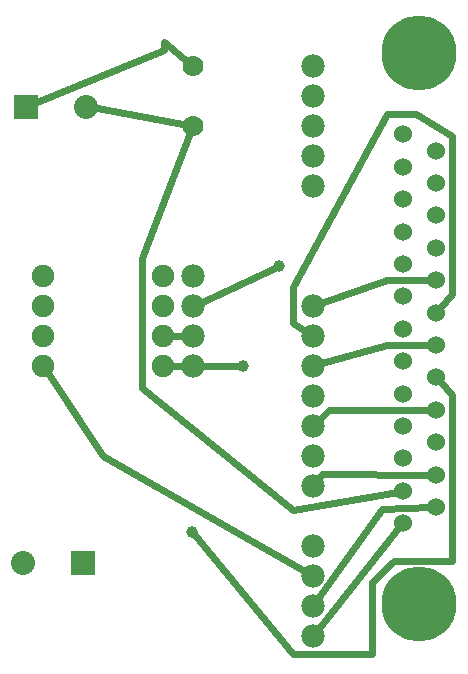
<source format=gtl>
G04 MADE WITH FRITZING*
G04 WWW.FRITZING.ORG*
G04 DOUBLE SIDED*
G04 HOLES PLATED*
G04 CONTOUR ON CENTER OF CONTOUR VECTOR*
%ASAXBY*%
%FSLAX23Y23*%
%MOIN*%
%OFA0B0*%
%SFA1.0B1.0*%
%ADD10C,0.078000*%
%ADD11C,0.080000*%
%ADD12C,0.075000*%
%ADD13C,0.060000*%
%ADD14C,0.250000*%
%ADD15C,0.070000*%
%ADD16C,0.039370*%
%ADD17R,0.080000X0.080000*%
%ADD18C,0.024000*%
%ADD19R,0.001000X0.001000*%
%LNCOPPER1*%
G90*
G70*
G54D10*
X2813Y2287D03*
X2813Y2187D03*
X2813Y2087D03*
X2813Y1987D03*
X2813Y1887D03*
X2813Y687D03*
X2813Y587D03*
X2813Y487D03*
X2813Y387D03*
X2413Y1587D03*
X2413Y1487D03*
X2413Y1387D03*
X2413Y1287D03*
G54D11*
X1858Y2152D03*
X2058Y2152D03*
X2048Y632D03*
X1848Y632D03*
G54D12*
X1913Y1287D03*
X2313Y1287D03*
X1913Y1387D03*
X2313Y1387D03*
X1913Y1487D03*
X2313Y1487D03*
X1913Y1587D03*
X2313Y1587D03*
G54D13*
X3113Y2059D03*
X3113Y1951D03*
X3113Y1843D03*
X3113Y1735D03*
X3113Y1627D03*
X3113Y1519D03*
X3113Y1411D03*
X3113Y1303D03*
X3113Y1195D03*
X3113Y1087D03*
X3113Y979D03*
X3113Y871D03*
X3113Y763D03*
X3225Y2005D03*
X3225Y1897D03*
X3225Y1789D03*
X3225Y1681D03*
X3225Y1573D03*
X3225Y1465D03*
X3225Y1357D03*
X3225Y1249D03*
X3225Y1141D03*
X3225Y1033D03*
X3225Y925D03*
X3225Y817D03*
G54D14*
X3169Y493D03*
X3169Y2329D03*
G54D10*
X2813Y1487D03*
X2813Y1387D03*
X2813Y1287D03*
X2813Y1187D03*
X2813Y1087D03*
X2813Y987D03*
X2813Y887D03*
G54D15*
X2413Y2087D03*
X2413Y2287D03*
G54D16*
X2412Y734D03*
X2580Y1286D03*
X2700Y1622D03*
G54D17*
X1858Y2152D03*
X2048Y632D03*
G54D18*
X3043Y811D02*
X3207Y817D01*
D02*
X2113Y987D02*
X1923Y1273D01*
D02*
X2796Y597D02*
X2113Y987D01*
D02*
X3043Y811D02*
X2824Y503D01*
D02*
X3207Y1573D02*
X3060Y1574D01*
X3060Y1574D02*
X2831Y1494D01*
D02*
X3236Y1479D02*
X3276Y1526D01*
X3276Y1526D02*
X3276Y2054D01*
X3276Y2054D02*
X3156Y2126D01*
X3156Y2126D02*
X3060Y2126D01*
X3060Y2126D02*
X2748Y1550D01*
X2748Y1550D02*
X2748Y1430D01*
X2748Y1430D02*
X2797Y1398D01*
D02*
X3236Y1236D02*
X3276Y1190D01*
X3276Y1190D02*
X3276Y638D01*
X3276Y638D02*
X3084Y638D01*
X3084Y638D02*
X3012Y566D01*
X3012Y566D02*
X3012Y326D01*
X3012Y326D02*
X2748Y326D01*
X2748Y326D02*
X2417Y728D01*
D02*
X3207Y1141D02*
X2868Y1142D01*
X2868Y1142D02*
X2826Y1101D01*
D02*
X2831Y1293D02*
X3060Y1358D01*
X3060Y1358D02*
X3207Y1357D01*
D02*
X3207Y925D02*
X2844Y926D01*
X2844Y926D02*
X2825Y902D01*
D02*
X3102Y750D02*
X2825Y402D01*
D02*
X2693Y1618D02*
X2430Y1495D01*
D02*
X2408Y2073D02*
X2244Y1646D01*
X2244Y1646D02*
X2244Y1214D01*
X2244Y1214D02*
X2748Y806D01*
X2748Y806D02*
X3096Y868D01*
D02*
X2078Y2149D02*
X2398Y2090D01*
D02*
X2330Y1387D02*
X2394Y1387D01*
D02*
X2330Y1287D02*
X2394Y1287D01*
D02*
X2572Y1286D02*
X2432Y1287D01*
D02*
X2401Y2297D02*
X2316Y2366D01*
X2316Y2366D02*
X2316Y2342D01*
X2316Y2342D02*
X1876Y2160D01*
G54D19*
D02*
G04 End of Copper1*
M02*
</source>
